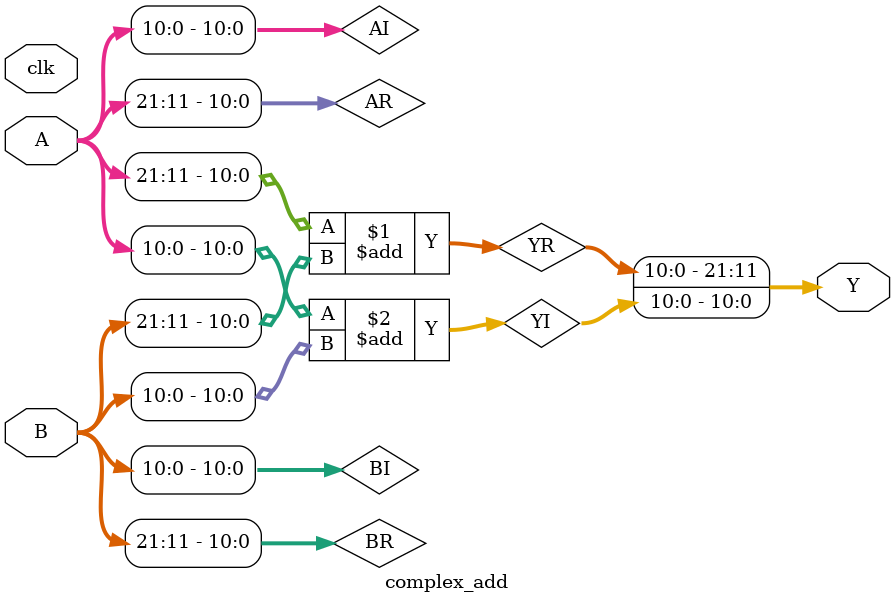
<source format=v>
module complex_add(
                   input         clk,
                   input [21:0]  A,
                   input [21:0]  B,
                   output [21:0] Y
                   );
   
   wire signed [10:0]            AR, AI, BR, BI;
   // reg signed [10:0]             YR, YI;
   wire signed [10:0]             YR, YI;
   
   assign {AR, AI} = A;
   assign {BR, BI} = B;
   
   assign YR = AR + BR;
   assign YI = AI + BI;

   assign Y = {YR, YI};
   
   always@(posedge clk) begin
      // YR <= AR + BR;
      // YI <= AI + BI;
   end
   
endmodule // complex_add

</source>
